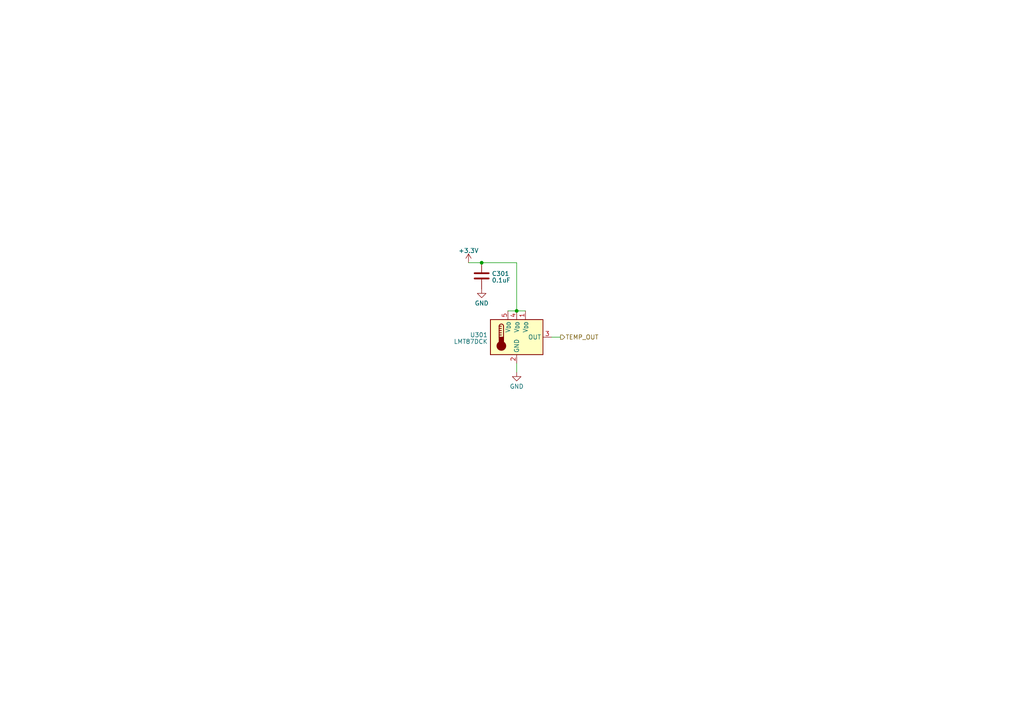
<source format=kicad_sch>
(kicad_sch (version 20230121) (generator eeschema)
  (paper "A4")
  (lib_symbols
    (symbol "Device:C" (pin_numbers hide) (pin_names (offset 0.254))
      (property "Reference" "C" (at 0.635 2.54 0))
      (property "Value" "C" (at 0.635 -2.54 0))
      (symbol "C_0_1"
        (polyline (pts (xy -2.032 -0.762) (xy 2.032 -0.762)) (stroke (width 0.508)))
        (polyline (pts (xy -2.032 0.762) (xy 2.032 0.762)) (stroke (width 0.508)))
      )
      (symbol "C_1_1"
        (pin passive line (at 0 3.81 270) (length 2.794) (name "~") (number "1"))
        (pin passive line (at 0 -3.81 90) (length 2.794) (name "~") (number "2"))
      )
    )
    (symbol "Sensor_Temperature:LMT87DCK"
      (property "Reference" "U" (at -6.35 6.35 0))
      (property "Value" "LMT87DCK" (at 5.08 6.35 0))
      (symbol "LMT87DCK_0_1"
        (rectangle (start -7.62 5.08) (end 7.62 -5.08) (stroke (width 0.254)) (fill (type background)))
        (circle (center -4.445 -2.54) (radius 1.27) (stroke (width 0.254)) (fill (type outline)))
        (rectangle (start -3.81 -1.905) (end -5.08 0) (stroke (width 0.254)) (fill (type outline)))
        (arc (start -3.81 3.175) (mid -4.445 3.8073) (end -5.08 3.175) (stroke (width 0.254)))
        (polyline (pts (xy -5.08 0.635) (xy -4.445 0.635)) (stroke (width 0.254)))
        (polyline (pts (xy -5.08 1.27) (xy -4.445 1.27)) (stroke (width 0.254)))
        (polyline (pts (xy -5.08 1.905) (xy -4.445 1.905)) (stroke (width 0.254)))
        (polyline (pts (xy -5.08 2.54) (xy -4.445 2.54)) (stroke (width 0.254)))
        (polyline (pts (xy -5.08 3.175) (xy -5.08 0)) (stroke (width 0.254)))
        (polyline (pts (xy -5.08 3.175) (xy -4.445 3.175)) (stroke (width 0.254)))
        (polyline (pts (xy -3.81 3.175) (xy -3.81 0)) (stroke (width 0.254)))
      )
      (symbol "LMT87DCK_1_1"
        (pin power_in line (at 2.54 7.62 270) (length 2.54) (name "V_{DD}") (number "1"))
        (pin power_in line (at 0 -7.62 90) (length 2.54) (name "GND") (number "2"))
        (pin output line (at 10.16 0 180) (length 2.54) (name "OUT") (number "3"))
        (pin power_in line (at 0 7.62 270) (length 2.54) (name "V_{DD}") (number "4"))
        (pin power_in line (at -2.54 7.62 270) (length 2.54) (name "V_{DD}") (number "5"))
      )
    )
    (symbol "power:+3.3V" (power) (pin_names (offset 0))
      (property "Value" "+3.3V" (at 0 3.556 0))
      (symbol "+3.3V_0_1"
        (polyline (pts (xy -0.762 1.27) (xy 0 2.54)))
        (polyline (pts (xy 0 0) (xy 0 2.54)))
        (polyline (pts (xy 0 2.54) (xy 0.762 1.27)))
      )
      (symbol "+3.3V_1_1"
        (pin power_in line (at 0 0 90) (length 0) hide (name "+3.3V") (number "1"))
      )
    )
    (symbol "power:GND" (power) (pin_names (offset 0))
      (property "Value" "GND" (at 0 -3.81 0))
      (symbol "GND_0_1"
        (polyline (pts (xy 0 0) (xy 0 -1.27) (xy 1.27 -1.27) (xy 0 -2.54) (xy -1.27 -1.27) (xy 0 -1.27)))
      )
      (symbol "GND_1_1"
        (pin power_in line (at 0 0 270) (length 0) hide (name "GND") (number "1"))
      )
    )
  )
  (junction (at 149.86 90.17))
  (junction (at 139.7 76.2))
  (wire (pts (xy 139.7 76.2) (xy 149.86 76.2)))
  (wire (pts (xy 135.89 76.2) (xy 139.7 76.2)))
  (wire (pts (xy 149.86 105.41) (xy 149.86 107.95)))
  (wire (pts (xy 160.02 97.79) (xy 162.56 97.79)))
  (wire (pts (xy 149.86 90.17) (xy 149.86 76.2)))
  (wire (pts (xy 149.86 90.17) (xy 152.4 90.17)))
  (wire (pts (xy 147.32 90.17) (xy 149.86 90.17)))
  (hierarchical_label "TEMP_OUT" (shape output) (at 162.56 97.79 0))
  (symbol (lib_id "power:GND") (at 139.7 83.82 0) (unit 1)
    (property "Reference" "#PWR0302" (effects hide))
    (property "Value" "GND" (at 139.7 87.9555 0))
    (instances (project "solar-panel" (path "" (reference "#PWR0302") (unit 1)) (path "" (reference "#PWR0402") (unit 1))))
  )
  (symbol (lib_id "Device:C") (at 139.7 80.01 0) (unit 1)
    (property "Reference" "C301" (at 142.621 79.3663 0) (effects (justify left)))
    (property "Value" "0.1uF" (at 142.621 81.2873 0) (effects (justify left)))
    (property "Footprint" "Capacitor_SMD:C_0603_1608Metric_Pad1.08x0.95mm_HandSolder" (effects hide))
    (instances (project "solar-panel" (path "" (reference "C301") (unit 1)) (path "" (reference "C401") (unit 1))))
  )
  (symbol (lib_id "Sensor_Temperature:LMT87DCK") (at 149.86 97.79 0) (unit 1)
    (property "Reference" "U301" (at 141.4781 97.1463 0) (effects (justify right)))
    (property "Value" "LMT87DCK" (at 141.4781 99.0673 0) (effects (justify right)))
    (property "Footprint" "Package_TO_SOT_SMD:SOT-353_SC-70-5" (effects hide))
    (property "Datasheet" "http://www.ti.com/lit/ds/symlink/lmt87-q1.pdf" (effects hide))
    (instances (project "solar-panel" (path "" (reference "U301") (unit 1)) (path "" (reference "U401") (unit 1))))
  )
  (symbol (lib_id "power:GND") (at 149.86 107.95 0) (unit 1)
    (property "Reference" "#PWR0303" (effects hide))
    (property "Value" "GND" (at 149.86 112.0855 0))
    (instances (project "solar-panel" (path "" (reference "#PWR0303") (unit 1)) (path "" (reference "#PWR0403") (unit 1))))
  )
  (symbol (lib_id "power:+3.3V") (at 135.89 76.2 0) (unit 1)
    (property "Reference" "#PWR0201" (effects hide))
    (property "Value" "+3.3V" (at 135.89 72.6981 0))
    (instances (project "solar-panel" (path "" (reference "#PWR0201") (unit 1)) (path "" (reference "#PWR0301") (unit 1)) (path "" (reference "#PWR0401") (unit 1))))
  )
)
</source>
